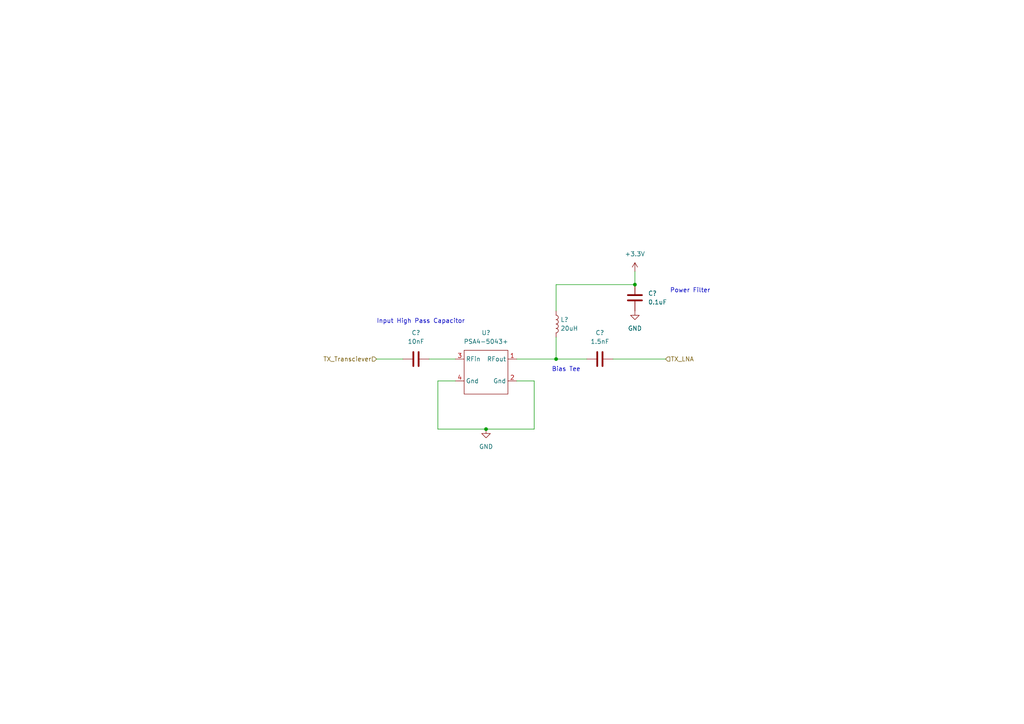
<source format=kicad_sch>
(kicad_sch (version 20211123) (generator eeschema)
  (paper "A4")
  (lib_symbols
    (symbol "DSAT_Telemetry_Libraries:PSA4-5043+"
      (property "Reference" "U" (at 0 0 0))
      (property "Value" "PSA4-5043+" (at 0 -2.54 0))
      (symbol "PSA4-5043+_0_1"
        (rectangle (start -6.35 -5.08) (end 6.35 -17.78))
      )
      (symbol "PSA4-5043+_1_1"
        (pin output line (at 8.89 -7.62 180) (length 2.54) (name "RFout") (number "1"))
        (pin bidirectional line (at 8.89 -13.97 180) (length 2.54) (name "Gnd") (number "2"))
        (pin input line (at -8.89 -7.62 0) (length 2.54) (name "RFin") (number "3"))
        (pin bidirectional line (at -8.89 -13.97 0) (length 2.54) (name "Gnd") (number "4"))
      )
    )
    (symbol "Device:C" (pin_numbers hide) (pin_names (offset 0.254))
      (property "Reference" "C" (at 0.635 2.54 0))
      (property "Value" "C" (at 0.635 -2.54 0))
      (symbol "C_0_1"
        (polyline (pts (xy -2.032 -0.762) (xy 2.032 -0.762)) (stroke (width 0.508)))
        (polyline (pts (xy -2.032 0.762) (xy 2.032 0.762)) (stroke (width 0.508)))
      )
      (symbol "C_1_1"
        (pin passive line (at 0 3.81 270) (length 2.794) (name "~") (number "1"))
        (pin passive line (at 0 -3.81 90) (length 2.794) (name "~") (number "2"))
      )
    )
    (symbol "Device:L" (pin_numbers hide) (pin_names (offset 1.016) hide)
      (property "Reference" "L" (at -1.27 0 90))
      (property "Value" "L" (at 1.905 0 90))
      (symbol "L_0_1"
        (arc (start 0 -2.54) (mid 0.635 -1.905) (end 0 -1.27))
        (arc (start 0 -1.27) (mid 0.635 -0.635) (end 0 0))
        (arc (start 0 0) (mid 0.635 0.635) (end 0 1.27))
        (arc (start 0 1.27) (mid 0.635 1.905) (end 0 2.54))
      )
      (symbol "L_1_1"
        (pin passive line (at 0 3.81 270) (length 1.27) (name "1") (number "1"))
        (pin passive line (at 0 -3.81 90) (length 1.27) (name "2") (number "2"))
      )
    )
    (symbol "power:+3.3V" (power) (pin_names (offset 0))
      (property "Value" "+3.3V" (at 0 3.556 0))
      (symbol "+3.3V_0_1"
        (polyline (pts (xy -0.762 1.27) (xy 0 2.54)))
        (polyline (pts (xy 0 0) (xy 0 2.54)))
        (polyline (pts (xy 0 2.54) (xy 0.762 1.27)))
      )
      (symbol "+3.3V_1_1"
        (pin power_in line (at 0 0 90) (length 0) hide (name "+3.3V") (number "1"))
      )
    )
    (symbol "power:GND" (power) (pin_names (offset 0))
      (property "Value" "GND" (at 0 -3.81 0))
      (symbol "GND_0_1"
        (polyline (pts (xy 0 0) (xy 0 -1.27) (xy 1.27 -1.27) (xy 0 -2.54) (xy -1.27 -1.27) (xy 0 -1.27)))
      )
      (symbol "GND_1_1"
        (pin power_in line (at 0 0 270) (length 0) hide (name "GND") (number "1"))
      )
    )
  )
  (junction (at 140.97 124.46))
  (junction (at 161.29 104.14))
  (junction (at 184.15 82.55))
  (wire (pts (xy 161.29 82.55) (xy 161.29 90.17)))
  (wire (pts (xy 154.94 110.49) (xy 149.86 110.49)))
  (wire (pts (xy 132.08 110.49) (xy 127 110.49)))
  (wire (pts (xy 161.29 82.55) (xy 184.15 82.55)))
  (wire (pts (xy 154.94 110.49) (xy 154.94 124.46)))
  (wire (pts (xy 124.46 104.14) (xy 132.08 104.14)))
  (wire (pts (xy 109.22 104.14) (xy 116.84 104.14)))
  (wire (pts (xy 154.94 124.46) (xy 140.97 124.46)))
  (wire (pts (xy 149.86 104.14) (xy 161.29 104.14)))
  (wire (pts (xy 161.29 104.14) (xy 170.18 104.14)))
  (wire (pts (xy 184.15 78.74) (xy 184.15 82.55)))
  (wire (pts (xy 177.8 104.14) (xy 193.04 104.14)))
  (wire (pts (xy 161.29 97.79) (xy 161.29 104.14)))
  (wire (pts (xy 127 110.49) (xy 127 124.46)))
  (wire (pts (xy 127 124.46) (xy 140.97 124.46)))
  (text "Power Filter\n" (at 194.31 85.09 0) (effects (font (size 1.27 1.27)) (justify left bottom)))
  (text "Bias Tee\n" (at 160.02 107.95 0) (effects (font (size 1.27 1.27)) (justify left bottom)))
  (text "Input High Pass Capacitor\n" (at 109.22 93.98 0) (effects (font (size 1.27 1.27)) (justify left bottom)))
  (hierarchical_label "TX_Transciever" (shape input) (at 109.22 104.14 180))
  (hierarchical_label "TX_LNA" (shape input) (at 193.04 104.14 0))
  (symbol (lib_id "DSAT_Telemetry_Libraries:PSA4-5043+") (at 140.97 96.52 0) (unit 1)
    (property "Reference" "U?" (at 140.97 96.52 0))
    (property "Value" "PSA4-5043+" (at 140.97 99.06 0))
    (property "Footprint" "Package_TO_SOT_SMD:SOT-343_SC-70-4_Handsoldering" (effects hide))
  )
  (symbol (lib_id "power:GND") (at 140.97 124.46 0) (unit 1)
    (property "Reference" "#PWR?" (effects hide))
    (property "Value" "GND" (at 140.97 129.54 0))
  )
  (symbol (lib_id "Device:L") (at 161.29 93.98 0) (unit 1)
    (property "Reference" "L?" (at 162.56 92.7099 0) (effects (justify left)))
    (property "Value" "20uH" (at 162.56 95.2499 0) (effects (justify left)))
  )
  (symbol (lib_id "power:+3.3V") (at 184.15 78.74 0) (unit 1)
    (property "Reference" "#PWR?" (effects hide))
    (property "Value" "+3.3V" (at 184.15 73.66 0))
  )
  (symbol (lib_id "Device:C") (at 184.15 86.36 0) (unit 1)
    (property "Reference" "C?" (at 187.96 85.0899 0) (effects (justify left)))
    (property "Value" "0.1uF" (at 187.96 87.6299 0) (effects (justify left)))
  )
  (symbol (lib_id "Device:C") (at 120.65 104.14 90) (mirror x) (unit 1)
    (property "Reference" "C?" (at 120.65 96.52 90))
    (property "Value" "10nF" (at 120.65 99.06 90))
  )
  (symbol (lib_id "power:GND") (at 184.15 90.17 0) (unit 1)
    (property "Reference" "#PWR?" (effects hide))
    (property "Value" "GND" (at 184.15 95.25 0))
  )
  (symbol (lib_id "Device:C") (at 173.99 104.14 90) (mirror x) (unit 1)
    (property "Reference" "C?" (at 173.99 96.52 90))
    (property "Value" "1.5nF" (at 173.99 99.06 90))
  )
)
</source>
